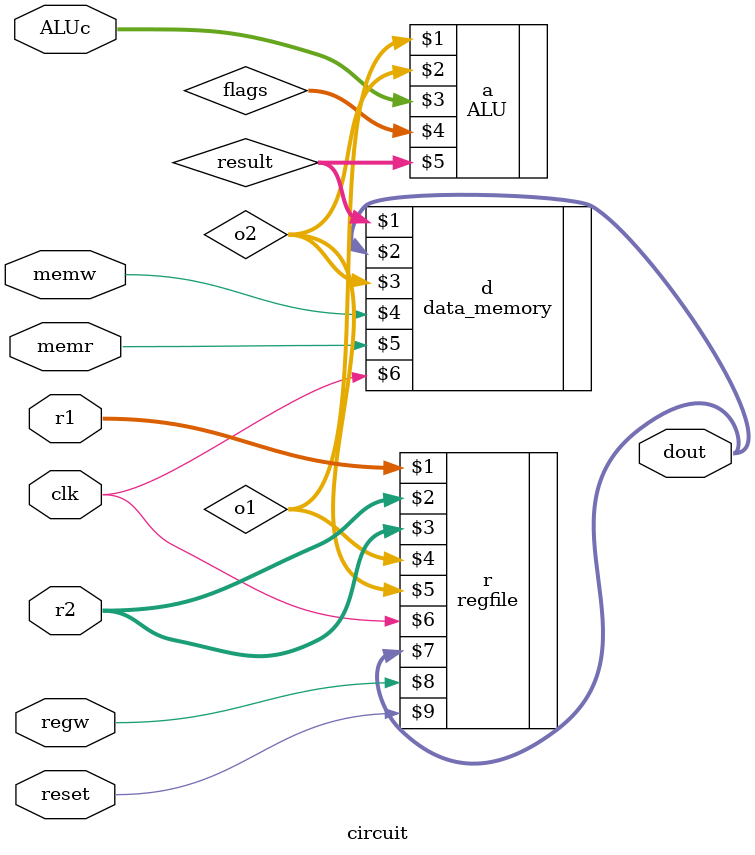
<source format=v>
`timescale 1ns / 1ps
`include "regfile.v"
`include "ALU.v"
`include "data_mem.v"

module circuit(r1,r2,regw,clk,reset,ALUc,memw,memr,dout);
    input wire[4:0] r1,r2,ALUc;
    input wire regw,clk,reset,memw,memr;
    output wire[31:0] dout;

    wire[31:0] o1,o2,result;
    wire[2:0] flags;

    regfile r(r1,r2,r2,o1,o2,clk,dout,regw,reset);
    ALU a(o1,o2,ALUc,flags,result);
    data_memory d(result,dout,o2,memw,memr,clk);

endmodule
</source>
